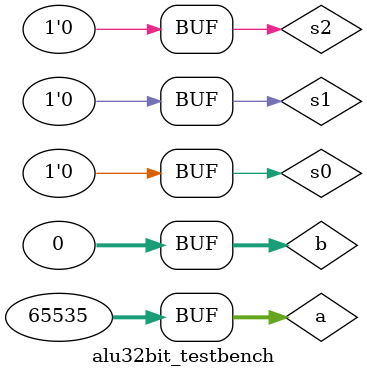
<source format=v>
`define DELAY 20
module alu32bit_testbench();
reg [31:0] a, b;
reg s0, s1, s2;
wire [31:0] res;

// ALUT stands for alu testbench
alu32bit ALUT(res, a, b, s0, s1, s2);

initial begin
// test or 111
a = 32'h05453FAF; b = 32'h00000001; s0 = 1; s1 = 1; s2 = 1;
#`DELAY;
a = 32'h0000FFFF; b = 32'h0; s0 = 1; s1 = 1; s2 = 1;
#`DELAY;
// teat nor 101
a = 32'h05453FAF; b = 32'hFFFFFFFF; s0 = 1; s1 = 0; s2 = 1;
#`DELAY;
a = 32'h0000FFFF; b = 32'h0000A541; s0 = 1; s1 = 0; s2 = 1;
#`DELAY;
// test mult 011 
// --
// test xor 001
a = 32'h05453FAF; b = 32'hFFFFFFFF; s0 = 0; s1 = 0; s2 = 1;
#`DELAY;
a = 32'h0000FFFF; b = 32'h0000A541; s0 = 0; s1 = 0; s2 = 1;
#`DELAY;
// test and 110
a = 32'h05453FAF; b = 32'h12441511; s0 = 1; s1 = 1; s2 = 0;
#`DELAY;
a = 32'h0000FFFF; b = 32'h0; s0 = 1; s1 = 1; s2 = 0;
#`DELAY;
// test SLT 100
a = 32'h00001010; b = 32'h00AA5100; s0 = 1; s1 = 0; s2 = 0;
#`DELAY;
a = 32'h0000FFFF; b = 32'h0; s0 = 1; s1 = 0; s2 = 0;
#`DELAY;
// test SUB 010
a = 32'h05453FAF; b = 32'h00100100; s0 = 0; s1 = 1; s2 = 0;
#`DELAY;
a = 32'h0000FFFF; b = 32'h00001111; s0 = 0; s1 = 1; s2 = 0;
#`DELAY;
// test ADD 000
a = 32'h00453FAF; b = 32'h00000011; s0 = 0; s1 = 0; s2 = 0;
#`DELAY;
a = 32'h0000FFFF; b = 32'h0; s0 = 0; s1 = 0; s2 = 0;
end

initial
begin
$monitor("ALU RESULTS: time = %2d, res = %8h, a =%8h, b= %8h, s0= %1b, s1= %1b, s2= %1b", $time,res, a, b, s0, s1, s2);
end
 

endmodule
</source>
